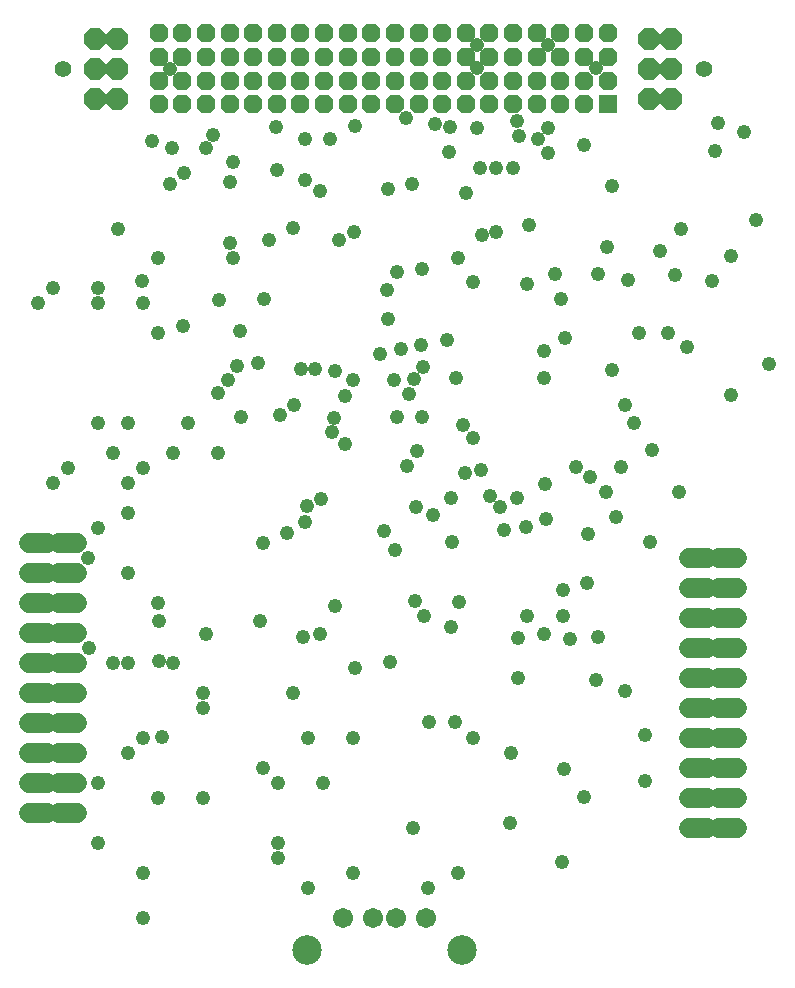
<source format=gbs>
G75*
%MOIN*%
%OFA0B0*%
%FSLAX25Y25*%
%IPPOS*%
%LPD*%
%AMOC8*
5,1,8,0,0,1.08239X$1,22.5*
%
%ADD10C,0.06800*%
%ADD11C,0.05524*%
%ADD12OC8,0.07296*%
%ADD13R,0.06186X0.06186*%
%ADD14OC8,0.06186*%
%ADD15C,0.06737*%
%ADD16C,0.09855*%
%ADD17C,0.04762*%
D10*
X0042000Y0090950D02*
X0048000Y0090950D01*
X0052000Y0090950D02*
X0058000Y0090950D01*
X0058000Y0100950D02*
X0052000Y0100950D01*
X0048000Y0100950D02*
X0042000Y0100950D01*
X0042000Y0110950D02*
X0048000Y0110950D01*
X0052000Y0110950D02*
X0058000Y0110950D01*
X0058000Y0120950D02*
X0052000Y0120950D01*
X0048000Y0120950D02*
X0042000Y0120950D01*
X0042000Y0130950D02*
X0048000Y0130950D01*
X0052000Y0130950D02*
X0058000Y0130950D01*
X0058000Y0140950D02*
X0052000Y0140950D01*
X0048000Y0140950D02*
X0042000Y0140950D01*
X0042000Y0150950D02*
X0048000Y0150950D01*
X0052000Y0150950D02*
X0058000Y0150950D01*
X0058000Y0160950D02*
X0052000Y0160950D01*
X0048000Y0160950D02*
X0042000Y0160950D01*
X0042000Y0170950D02*
X0048000Y0170950D01*
X0052000Y0170950D02*
X0058000Y0170950D01*
X0058000Y0180950D02*
X0052000Y0180950D01*
X0048000Y0180950D02*
X0042000Y0180950D01*
X0262000Y0175950D02*
X0268000Y0175950D01*
X0272000Y0175950D02*
X0278000Y0175950D01*
X0278000Y0165950D02*
X0272000Y0165950D01*
X0268000Y0165950D02*
X0262000Y0165950D01*
X0262000Y0155950D02*
X0268000Y0155950D01*
X0272000Y0155950D02*
X0278000Y0155950D01*
X0278000Y0145950D02*
X0272000Y0145950D01*
X0268000Y0145950D02*
X0262000Y0145950D01*
X0262000Y0135950D02*
X0268000Y0135950D01*
X0272000Y0135950D02*
X0278000Y0135950D01*
X0278000Y0125950D02*
X0272000Y0125950D01*
X0268000Y0125950D02*
X0262000Y0125950D01*
X0262000Y0115950D02*
X0268000Y0115950D01*
X0272000Y0115950D02*
X0278000Y0115950D01*
X0278000Y0105950D02*
X0272000Y0105950D01*
X0268000Y0105950D02*
X0262000Y0105950D01*
X0262000Y0095950D02*
X0268000Y0095950D01*
X0272000Y0095950D02*
X0278000Y0095950D01*
X0278000Y0085950D02*
X0272000Y0085950D01*
X0268000Y0085950D02*
X0262000Y0085950D01*
D11*
X0266870Y0338942D03*
X0053130Y0338942D03*
D12*
X0063996Y0339060D03*
X0063996Y0329060D03*
X0071398Y0329060D03*
X0071398Y0339060D03*
X0071398Y0349060D03*
X0063996Y0349060D03*
X0248602Y0349056D03*
X0256004Y0349056D03*
X0256004Y0339056D03*
X0256004Y0329056D03*
X0248602Y0329056D03*
X0248602Y0339056D03*
D13*
X0234803Y0327249D03*
D14*
X0234803Y0335123D03*
X0226929Y0335123D03*
X0226929Y0327249D03*
X0219055Y0327249D03*
X0219055Y0335123D03*
X0211181Y0335123D03*
X0211181Y0327249D03*
X0203307Y0327249D03*
X0195433Y0327249D03*
X0195433Y0335123D03*
X0203307Y0335123D03*
X0203307Y0342997D03*
X0195433Y0342997D03*
X0195433Y0350871D03*
X0203307Y0350871D03*
X0211181Y0350871D03*
X0211181Y0342997D03*
X0219055Y0342997D03*
X0226929Y0342997D03*
X0226929Y0350871D03*
X0219055Y0350871D03*
X0234803Y0350871D03*
X0234803Y0342997D03*
X0187559Y0342997D03*
X0179685Y0342997D03*
X0179685Y0350871D03*
X0187559Y0350871D03*
X0187559Y0335123D03*
X0187559Y0327249D03*
X0179685Y0327249D03*
X0179685Y0335123D03*
X0171811Y0335123D03*
X0171811Y0327249D03*
X0163937Y0327249D03*
X0163937Y0335123D03*
X0156063Y0335123D03*
X0156063Y0327249D03*
X0148189Y0327249D03*
X0148189Y0335123D03*
X0140315Y0335123D03*
X0140315Y0327249D03*
X0132441Y0327249D03*
X0132441Y0335123D03*
X0124567Y0335123D03*
X0124567Y0327249D03*
X0116693Y0327249D03*
X0108819Y0327249D03*
X0108819Y0335123D03*
X0116693Y0335123D03*
X0116693Y0342997D03*
X0124567Y0342997D03*
X0124567Y0350871D03*
X0116693Y0350871D03*
X0108819Y0350871D03*
X0108819Y0342997D03*
X0100945Y0342997D03*
X0093071Y0342997D03*
X0093071Y0350871D03*
X0100945Y0350871D03*
X0100945Y0335123D03*
X0100945Y0327249D03*
X0093071Y0327249D03*
X0093071Y0335123D03*
X0085197Y0335123D03*
X0085197Y0327249D03*
X0085197Y0342997D03*
X0085197Y0350871D03*
X0132441Y0350871D03*
X0132441Y0342997D03*
X0140315Y0342997D03*
X0140315Y0350871D03*
X0148189Y0350871D03*
X0148189Y0342997D03*
X0156063Y0342997D03*
X0156063Y0350871D03*
X0163937Y0350871D03*
X0163937Y0342997D03*
X0171811Y0342997D03*
X0171811Y0350871D03*
D15*
X0174230Y0056142D03*
X0164387Y0056142D03*
X0156513Y0056142D03*
X0146670Y0056142D03*
D16*
X0134584Y0045472D03*
X0186316Y0045472D03*
D17*
X0065000Y0080950D03*
X0080000Y0070950D03*
X0080000Y0055950D03*
X0085000Y0095950D03*
X0075000Y0110950D03*
X0080000Y0115950D03*
X0086375Y0116275D03*
X0100000Y0125950D03*
X0100000Y0130950D03*
X0090000Y0140950D03*
X0085250Y0141700D03*
X0075000Y0140950D03*
X0070000Y0140950D03*
X0061800Y0145950D03*
X0085250Y0155200D03*
X0085000Y0160950D03*
X0075000Y0170950D03*
X0061575Y0175950D03*
X0065000Y0185950D03*
X0075000Y0190950D03*
X0075000Y0200950D03*
X0080000Y0205950D03*
X0090000Y0210950D03*
X0095000Y0220950D03*
X0105000Y0230950D03*
X0108200Y0235525D03*
X0111350Y0240025D03*
X0118425Y0240900D03*
X0112250Y0251725D03*
X0105275Y0262075D03*
X0110000Y0275950D03*
X0108875Y0281200D03*
X0121925Y0282100D03*
X0130025Y0285925D03*
X0139025Y0298525D03*
X0133850Y0302125D03*
X0124775Y0305500D03*
X0134075Y0315625D03*
X0142400Y0315850D03*
X0150725Y0319900D03*
X0167600Y0322600D03*
X0177275Y0320575D03*
X0182225Y0319675D03*
X0182000Y0311350D03*
X0191225Y0319450D03*
X0192350Y0305950D03*
X0197750Y0305950D03*
X0203375Y0305950D03*
X0205400Y0316750D03*
X0204725Y0321700D03*
X0211475Y0315850D03*
X0215075Y0319450D03*
X0215000Y0310950D03*
X0227000Y0313600D03*
X0236225Y0300100D03*
X0234650Y0279850D03*
X0231500Y0270850D03*
X0241625Y0268825D03*
X0252200Y0278500D03*
X0257375Y0270400D03*
X0269750Y0268375D03*
X0276050Y0276700D03*
X0284375Y0288850D03*
X0270725Y0311625D03*
X0271775Y0321025D03*
X0280325Y0318100D03*
X0259400Y0285700D03*
X0255000Y0250950D03*
X0261425Y0246325D03*
X0245450Y0251050D03*
X0236450Y0238675D03*
X0240500Y0227200D03*
X0243650Y0220900D03*
X0249550Y0212150D03*
X0239150Y0206275D03*
X0234425Y0198175D03*
X0229025Y0203125D03*
X0224300Y0206275D03*
X0213950Y0200650D03*
X0204500Y0196150D03*
X0199100Y0193000D03*
X0195500Y0196600D03*
X0192575Y0205375D03*
X0187400Y0204475D03*
X0182675Y0196150D03*
X0176600Y0190525D03*
X0171000Y0193200D03*
X0160400Y0185125D03*
X0163875Y0178700D03*
X0170525Y0161725D03*
X0173675Y0156775D03*
X0182700Y0153200D03*
X0185375Y0161275D03*
X0182900Y0181525D03*
X0200225Y0185350D03*
X0207650Y0186250D03*
X0214375Y0189100D03*
X0228350Y0184000D03*
X0237575Y0189625D03*
X0249050Y0181525D03*
X0258725Y0198175D03*
X0275975Y0230275D03*
X0288650Y0240700D03*
X0227900Y0167575D03*
X0220025Y0165325D03*
X0219800Y0156775D03*
X0222275Y0149125D03*
X0213725Y0150700D03*
X0208100Y0156550D03*
X0205000Y0149375D03*
X0205000Y0135950D03*
X0190000Y0115950D03*
X0184025Y0121450D03*
X0175250Y0121450D03*
X0162425Y0141250D03*
X0150500Y0139450D03*
X0138875Y0150725D03*
X0133175Y0149575D03*
X0143875Y0160050D03*
X0119000Y0155200D03*
X0101000Y0150700D03*
X0130000Y0130950D03*
X0135000Y0115950D03*
X0150000Y0115950D03*
X0140000Y0100950D03*
X0125000Y0100950D03*
X0120000Y0105950D03*
X0100000Y0095950D03*
X0125000Y0080950D03*
X0125000Y0075950D03*
X0135000Y0065950D03*
X0150000Y0070950D03*
X0170000Y0085950D03*
X0185000Y0070950D03*
X0175000Y0065950D03*
X0202250Y0087700D03*
X0219525Y0074825D03*
X0227000Y0096225D03*
X0220200Y0105725D03*
X0202475Y0110875D03*
X0231050Y0135400D03*
X0240725Y0131800D03*
X0247250Y0116950D03*
X0247350Y0101550D03*
X0231725Y0149800D03*
X0190100Y0215950D03*
X0186500Y0220450D03*
X0173000Y0222925D03*
X0168500Y0230575D03*
X0170175Y0235725D03*
X0173225Y0239575D03*
X0172775Y0247000D03*
X0165800Y0245650D03*
X0159050Y0244075D03*
X0163775Y0235300D03*
X0164675Y0223150D03*
X0171425Y0211675D03*
X0167825Y0206725D03*
X0147350Y0229900D03*
X0150050Y0235300D03*
X0143975Y0238450D03*
X0137450Y0238900D03*
X0132500Y0239125D03*
X0130250Y0227200D03*
X0125525Y0223600D03*
X0112475Y0222925D03*
X0105000Y0210950D03*
X0120000Y0180950D03*
X0128000Y0184450D03*
X0134075Y0188050D03*
X0134750Y0193450D03*
X0139250Y0195700D03*
X0147125Y0213925D03*
X0142850Y0217975D03*
X0143750Y0222700D03*
X0161525Y0255775D03*
X0161125Y0265225D03*
X0164675Y0271300D03*
X0173000Y0272425D03*
X0185000Y0275950D03*
X0189875Y0267925D03*
X0193025Y0283675D03*
X0197525Y0284800D03*
X0187625Y0297625D03*
X0169775Y0300725D03*
X0161525Y0298975D03*
X0150400Y0284600D03*
X0145325Y0281875D03*
X0120350Y0262525D03*
X0093125Y0253525D03*
X0085000Y0250950D03*
X0080000Y0260950D03*
X0079625Y0268375D03*
X0085000Y0275950D03*
X0071750Y0285700D03*
X0065000Y0265950D03*
X0065000Y0260950D03*
X0050000Y0265950D03*
X0045000Y0260950D03*
X0065000Y0220950D03*
X0070000Y0210950D03*
X0075000Y0220950D03*
X0055000Y0205950D03*
X0050000Y0200950D03*
X0065000Y0100950D03*
X0184250Y0236200D03*
X0181325Y0248575D03*
X0207875Y0267250D03*
X0217325Y0270850D03*
X0219350Y0262525D03*
X0220475Y0249475D03*
X0213500Y0245200D03*
X0213500Y0236200D03*
X0208775Y0287050D03*
X0191450Y0339250D03*
X0191450Y0346900D03*
X0215075Y0346900D03*
X0230825Y0339250D03*
X0124175Y0319675D03*
X0110000Y0308200D03*
X0109100Y0301225D03*
X0101000Y0312700D03*
X0103250Y0317200D03*
X0093575Y0304375D03*
X0089075Y0300775D03*
X0089525Y0312700D03*
X0083000Y0314950D03*
X0089075Y0339025D03*
M02*

</source>
